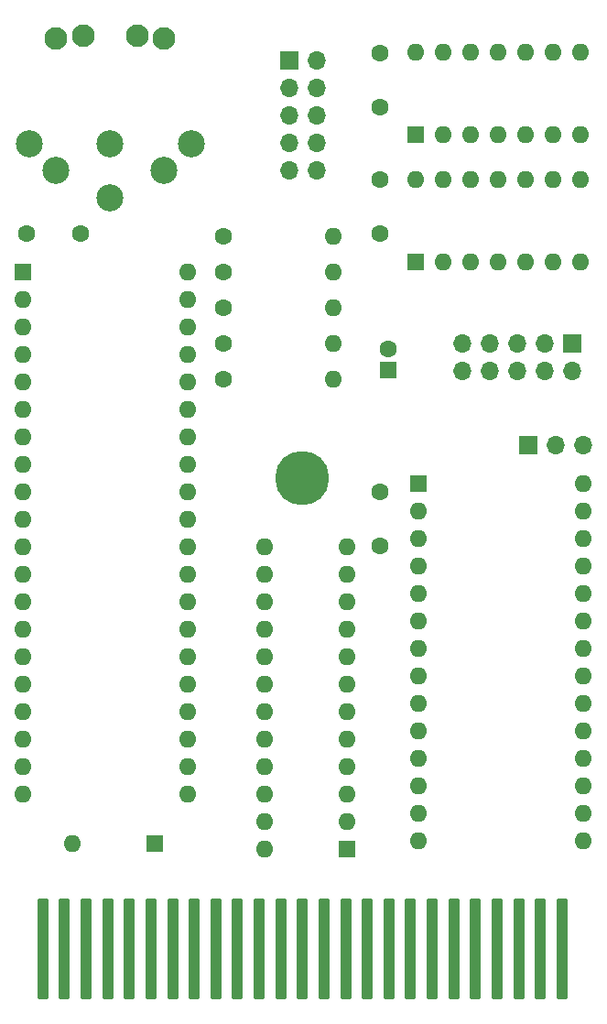
<source format=gts>
G04 #@! TF.GenerationSoftware,KiCad,Pcbnew,6.0.2+dfsg-1*
G04 #@! TF.CreationDate,2025-05-07T10:32:11+02:00*
G04 #@! TF.ProjectId,burstcart-via,62757273-7463-4617-9274-2d7669612e6b,1.1*
G04 #@! TF.SameCoordinates,Original*
G04 #@! TF.FileFunction,Soldermask,Top*
G04 #@! TF.FilePolarity,Negative*
%FSLAX46Y46*%
G04 Gerber Fmt 4.6, Leading zero omitted, Abs format (unit mm)*
G04 Created by KiCad (PCBNEW 6.0.2+dfsg-1) date 2025-05-07 10:32:11*
%MOMM*%
%LPD*%
G01*
G04 APERTURE LIST*
G04 Aperture macros list*
%AMRoundRect*
0 Rectangle with rounded corners*
0 $1 Rounding radius*
0 $2 $3 $4 $5 $6 $7 $8 $9 X,Y pos of 4 corners*
0 Add a 4 corners polygon primitive as box body*
4,1,4,$2,$3,$4,$5,$6,$7,$8,$9,$2,$3,0*
0 Add four circle primitives for the rounded corners*
1,1,$1+$1,$2,$3*
1,1,$1+$1,$4,$5*
1,1,$1+$1,$6,$7*
1,1,$1+$1,$8,$9*
0 Add four rect primitives between the rounded corners*
20,1,$1+$1,$2,$3,$4,$5,0*
20,1,$1+$1,$4,$5,$6,$7,0*
20,1,$1+$1,$6,$7,$8,$9,0*
20,1,$1+$1,$8,$9,$2,$3,0*%
G04 Aperture macros list end*
%ADD10C,1.600000*%
%ADD11O,1.600000X1.600000*%
%ADD12R,1.700000X1.700000*%
%ADD13O,1.700000X1.700000*%
%ADD14C,2.100000*%
%ADD15C,2.500000*%
%ADD16R,1.600000X1.600000*%
%ADD17C,5.000000*%
%ADD18RoundRect,0.163300X-0.337500X-4.512500X0.337500X-4.512500X0.337500X4.512500X-0.337500X4.512500X0*%
G04 APERTURE END LIST*
D10*
X140970000Y-75184000D03*
D11*
X151130000Y-75184000D03*
D10*
X127762000Y-71628000D03*
X122762000Y-71628000D03*
D12*
X147066000Y-55626000D03*
D13*
X149606000Y-55626000D03*
X147066000Y-58166000D03*
X149606000Y-58166000D03*
X147066000Y-60706000D03*
X149606000Y-60706000D03*
X147066000Y-63246000D03*
X149606000Y-63246000D03*
X147066000Y-65786000D03*
X149606000Y-65786000D03*
D14*
X127976000Y-53294000D03*
X125476000Y-53594000D03*
X132976000Y-53294000D03*
X135476000Y-53594000D03*
D15*
X122976000Y-63294000D03*
X125476000Y-65794000D03*
X130476000Y-63294000D03*
X135476000Y-65794000D03*
X137976000Y-63294000D03*
X130476000Y-68294000D03*
D16*
X158999000Y-94727000D03*
D11*
X158999000Y-97267000D03*
X158999000Y-99807000D03*
X158999000Y-102347000D03*
X158999000Y-104887000D03*
X158999000Y-107427000D03*
X158999000Y-109967000D03*
X158999000Y-112507000D03*
X158999000Y-115047000D03*
X158999000Y-117587000D03*
X158999000Y-120127000D03*
X158999000Y-122667000D03*
X158999000Y-125207000D03*
X158999000Y-127747000D03*
X174239000Y-127747000D03*
X174239000Y-125207000D03*
X174239000Y-122667000D03*
X174239000Y-120127000D03*
X174239000Y-117587000D03*
X174239000Y-115047000D03*
X174239000Y-112507000D03*
X174239000Y-109967000D03*
X174239000Y-107427000D03*
X174239000Y-104887000D03*
X174239000Y-102347000D03*
X174239000Y-99807000D03*
X174239000Y-97267000D03*
X174239000Y-94727000D03*
D10*
X155448000Y-95504000D03*
X155448000Y-100504000D03*
D16*
X134620000Y-128016000D03*
D11*
X127000000Y-128016000D03*
D16*
X158750000Y-74234000D03*
D11*
X161290000Y-74234000D03*
X163830000Y-74234000D03*
X166370000Y-74234000D03*
X168910000Y-74234000D03*
X171450000Y-74234000D03*
X173990000Y-74234000D03*
X173990000Y-66614000D03*
X171450000Y-66614000D03*
X168910000Y-66614000D03*
X166370000Y-66614000D03*
X163830000Y-66614000D03*
X161290000Y-66614000D03*
X158750000Y-66614000D03*
D10*
X140970000Y-85090000D03*
D11*
X151130000Y-85090000D03*
D17*
X148253100Y-94259600D03*
D18*
X124253100Y-137759600D03*
X126253100Y-137759600D03*
X128253100Y-137759600D03*
X130253100Y-137759600D03*
X132253100Y-137759600D03*
X134253100Y-137759600D03*
X136253100Y-137759600D03*
X138253100Y-137759600D03*
X140253100Y-137759600D03*
X142253100Y-137759600D03*
X144253100Y-137759600D03*
X146253100Y-137759600D03*
X148253100Y-137759600D03*
X150253100Y-137759600D03*
X152253100Y-137759600D03*
X154253100Y-137759600D03*
X156253100Y-137759600D03*
X158253100Y-137759600D03*
X160253100Y-137759600D03*
X162253100Y-137759600D03*
X164253100Y-137759600D03*
X166253100Y-137759600D03*
X168253100Y-137759600D03*
X170253100Y-137759600D03*
X172253100Y-137759600D03*
D12*
X169164000Y-91186000D03*
D13*
X171704000Y-91186000D03*
X174244000Y-91186000D03*
D12*
X173223000Y-81783000D03*
D13*
X173223000Y-84323000D03*
X170683000Y-81783000D03*
X170683000Y-84323000D03*
X168143000Y-81783000D03*
X168143000Y-84323000D03*
X165603000Y-81783000D03*
X165603000Y-84323000D03*
X163063000Y-81783000D03*
X163063000Y-84323000D03*
D16*
X152390000Y-128529000D03*
D11*
X152390000Y-125989000D03*
X152390000Y-123449000D03*
X152390000Y-120909000D03*
X152390000Y-118369000D03*
X152390000Y-115829000D03*
X152390000Y-113289000D03*
X152390000Y-110749000D03*
X152390000Y-108209000D03*
X152390000Y-105669000D03*
X152390000Y-103129000D03*
X152390000Y-100589000D03*
X144770000Y-100589000D03*
X144770000Y-103129000D03*
X144770000Y-105669000D03*
X144770000Y-108209000D03*
X144770000Y-110749000D03*
X144770000Y-113289000D03*
X144770000Y-115829000D03*
X144770000Y-118369000D03*
X144770000Y-120909000D03*
X144770000Y-123449000D03*
X144770000Y-125989000D03*
X144770000Y-128529000D03*
D16*
X158750000Y-62484000D03*
D11*
X161290000Y-62484000D03*
X163830000Y-62484000D03*
X166370000Y-62484000D03*
X168910000Y-62484000D03*
X171450000Y-62484000D03*
X173990000Y-62484000D03*
X173990000Y-54864000D03*
X171450000Y-54864000D03*
X168910000Y-54864000D03*
X166370000Y-54864000D03*
X163830000Y-54864000D03*
X161290000Y-54864000D03*
X158750000Y-54864000D03*
D16*
X156210000Y-84267100D03*
D10*
X156210000Y-82267100D03*
X140970000Y-78486000D03*
D11*
X151130000Y-78486000D03*
D16*
X122423000Y-75184000D03*
D11*
X122423000Y-77724000D03*
X122423000Y-80264000D03*
X122423000Y-82804000D03*
X122423000Y-85344000D03*
X122423000Y-87884000D03*
X122423000Y-90424000D03*
X122423000Y-92964000D03*
X122423000Y-95504000D03*
X122423000Y-98044000D03*
X122423000Y-100584000D03*
X122423000Y-103124000D03*
X122423000Y-105664000D03*
X122423000Y-108204000D03*
X122423000Y-110744000D03*
X122423000Y-113284000D03*
X122423000Y-115824000D03*
X122423000Y-118364000D03*
X122423000Y-120904000D03*
X122423000Y-123444000D03*
X137663000Y-123444000D03*
X137663000Y-120904000D03*
X137663000Y-118364000D03*
X137663000Y-115824000D03*
X137663000Y-113284000D03*
X137663000Y-110744000D03*
X137663000Y-108204000D03*
X137663000Y-105664000D03*
X137663000Y-103124000D03*
X137663000Y-100584000D03*
X137663000Y-98044000D03*
X137663000Y-95504000D03*
X137663000Y-92964000D03*
X137663000Y-90424000D03*
X137663000Y-87884000D03*
X137663000Y-85344000D03*
X137663000Y-82804000D03*
X137663000Y-80264000D03*
X137663000Y-77724000D03*
X137663000Y-75184000D03*
D10*
X155448000Y-66614000D03*
X155448000Y-71614000D03*
X155448000Y-54930000D03*
X155448000Y-59930000D03*
X140970000Y-81788000D03*
D11*
X151130000Y-81788000D03*
D10*
X140970000Y-71882000D03*
D11*
X151130000Y-71882000D03*
M02*

</source>
